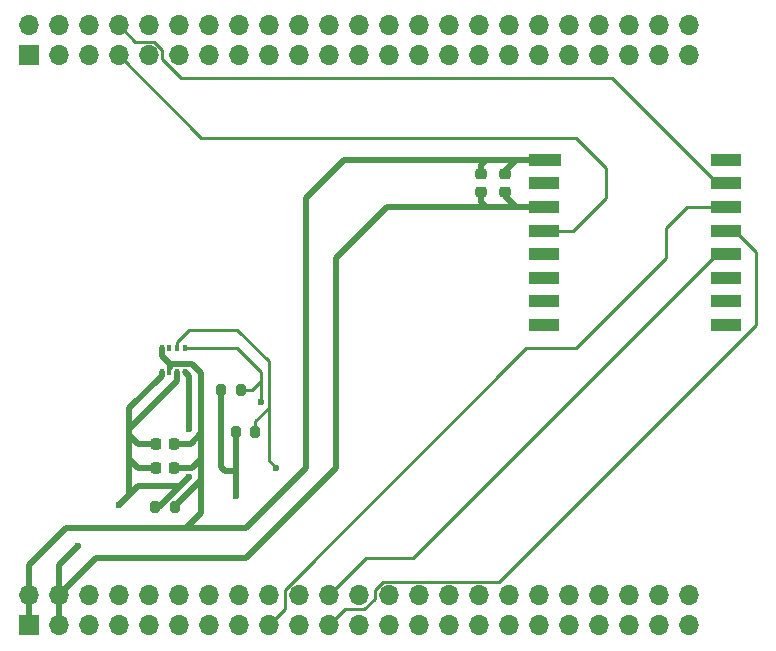
<source format=gbr>
%TF.GenerationSoftware,KiCad,Pcbnew,7.0.9*%
%TF.CreationDate,2024-02-14T18:03:18+01:00*%
%TF.ProjectId,BeaglebonePCBma_yC,42656167-6c65-4626-9f6e-655043426d61,rev?*%
%TF.SameCoordinates,Original*%
%TF.FileFunction,Copper,L1,Top*%
%TF.FilePolarity,Positive*%
%FSLAX46Y46*%
G04 Gerber Fmt 4.6, Leading zero omitted, Abs format (unit mm)*
G04 Created by KiCad (PCBNEW 7.0.9) date 2024-02-14 18:03:18*
%MOMM*%
%LPD*%
G01*
G04 APERTURE LIST*
G04 Aperture macros list*
%AMRoundRect*
0 Rectangle with rounded corners*
0 $1 Rounding radius*
0 $2 $3 $4 $5 $6 $7 $8 $9 X,Y pos of 4 corners*
0 Add a 4 corners polygon primitive as box body*
4,1,4,$2,$3,$4,$5,$6,$7,$8,$9,$2,$3,0*
0 Add four circle primitives for the rounded corners*
1,1,$1+$1,$2,$3*
1,1,$1+$1,$4,$5*
1,1,$1+$1,$6,$7*
1,1,$1+$1,$8,$9*
0 Add four rect primitives between the rounded corners*
20,1,$1+$1,$2,$3,$4,$5,0*
20,1,$1+$1,$4,$5,$6,$7,0*
20,1,$1+$1,$6,$7,$8,$9,0*
20,1,$1+$1,$8,$9,$2,$3,0*%
G04 Aperture macros list end*
%TA.AperFunction,ComponentPad*%
%ADD10R,1.700000X1.700000*%
%TD*%
%TA.AperFunction,ComponentPad*%
%ADD11O,1.700000X1.700000*%
%TD*%
%TA.AperFunction,SMDPad,CuDef*%
%ADD12RoundRect,0.225000X0.250000X-0.225000X0.250000X0.225000X-0.250000X0.225000X-0.250000X-0.225000X0*%
%TD*%
%TA.AperFunction,SMDPad,CuDef*%
%ADD13RoundRect,0.200000X-0.200000X-0.275000X0.200000X-0.275000X0.200000X0.275000X-0.200000X0.275000X0*%
%TD*%
%TA.AperFunction,SMDPad,CuDef*%
%ADD14RoundRect,0.225000X-0.225000X-0.250000X0.225000X-0.250000X0.225000X0.250000X-0.225000X0.250000X0*%
%TD*%
%TA.AperFunction,SMDPad,CuDef*%
%ADD15R,2.800000X1.100000*%
%TD*%
%TA.AperFunction,SMDPad,CuDef*%
%ADD16R,2.600000X1.100000*%
%TD*%
%TA.AperFunction,SMDPad,CuDef*%
%ADD17R,0.350000X0.500000*%
%TD*%
%TA.AperFunction,ViaPad*%
%ADD18C,0.600000*%
%TD*%
%TA.AperFunction,Conductor*%
%ADD19C,0.500000*%
%TD*%
%TA.AperFunction,Conductor*%
%ADD20C,0.250000*%
%TD*%
G04 APERTURE END LIST*
D10*
%TO.P,P8,1,Pin_1*%
%TO.N,GNDD*%
X119685000Y-49835000D03*
D11*
%TO.P,P8,2,Pin_2*%
X119685000Y-47295000D03*
%TO.P,P8,3,Pin_3*%
%TO.N,/MMC1.DAT6*%
X122225000Y-49835000D03*
%TO.P,P8,4,Pin_4*%
%TO.N,/MMC1.DAT7*%
X122225000Y-47295000D03*
%TO.P,P8,5,Pin_5*%
%TO.N,/MMC1.DAT2*%
X124765000Y-49835000D03*
%TO.P,P8,6,Pin_6*%
%TO.N,/MMC1.DAT3*%
X124765000Y-47295000D03*
%TO.P,P8,7,Pin_7*%
%TO.N,/GPIO66*%
X127305000Y-49835000D03*
%TO.P,P8,8,Pin_8*%
%TO.N,/GPIO67*%
X127305000Y-47295000D03*
%TO.P,P8,9,Pin_9*%
%TO.N,/GPIO69*%
X129845000Y-49835000D03*
%TO.P,P8,10,Pin_10*%
%TO.N,/GPIO68*%
X129845000Y-47295000D03*
%TO.P,P8,11,Pin_11*%
%TO.N,/GPIO45*%
X132385000Y-49835000D03*
%TO.P,P8,12,Pin_12*%
%TO.N,/GPIO44*%
X132385000Y-47295000D03*
%TO.P,P8,13,Pin_13*%
%TO.N,/GPIO23*%
X134925000Y-49835000D03*
%TO.P,P8,14,Pin_14*%
%TO.N,/GPIO26*%
X134925000Y-47295000D03*
%TO.P,P8,15,Pin_15*%
%TO.N,/GPIO47*%
X137465000Y-49835000D03*
%TO.P,P8,16,Pin_16*%
%TO.N,/GPIO46*%
X137465000Y-47295000D03*
%TO.P,P8,17,Pin_17*%
%TO.N,/GPIO27*%
X140005000Y-49835000D03*
%TO.P,P8,18,Pin_18*%
%TO.N,/GPIO65*%
X140005000Y-47295000D03*
%TO.P,P8,19,Pin_19*%
%TO.N,/GPIO22*%
X142545000Y-49835000D03*
%TO.P,P8,20,Pin_20*%
%TO.N,/MMC1.CMD*%
X142545000Y-47295000D03*
%TO.P,P8,21,Pin_21*%
%TO.N,/MMC1.CLK*%
X145085000Y-49835000D03*
%TO.P,P8,22,Pin_22*%
%TO.N,/MMC1.DAT5*%
X145085000Y-47295000D03*
%TO.P,P8,23,Pin_23*%
%TO.N,/MMC1.DAT4*%
X147625000Y-49835000D03*
%TO.P,P8,24,Pin_24*%
%TO.N,/MMC1.DAT1*%
X147625000Y-47295000D03*
%TO.P,P8,25,Pin_25*%
%TO.N,/MMC1.DAT0*%
X150165000Y-49835000D03*
%TO.P,P8,26,Pin_26*%
%TO.N,/LCD.PCLK*%
X150165000Y-47295000D03*
%TO.P,P8,27,Pin_27*%
%TO.N,/LCD.VSYNC*%
X152705000Y-49835000D03*
%TO.P,P8,28,Pin_28*%
%TO.N,/GPIO61*%
X152705000Y-47295000D03*
%TO.P,P8,29,Pin_29*%
%TO.N,/LCD.HSYNC*%
X155245000Y-49835000D03*
%TO.P,P8,30,Pin_30*%
%TO.N,/LCD.AC_BIAS_E*%
X155245000Y-47295000D03*
%TO.P,P8,31,Pin_31*%
%TO.N,/LCD.DATA14*%
X157785000Y-49835000D03*
%TO.P,P8,32,Pin_32*%
%TO.N,/LCD.DATA15*%
X157785000Y-47295000D03*
%TO.P,P8,33,Pin_33*%
%TO.N,/LCD.DATA13*%
X160325000Y-49835000D03*
%TO.P,P8,34,Pin_34*%
%TO.N,/LCD.DATA11*%
X160325000Y-47295000D03*
%TO.P,P8,35,Pin_35*%
%TO.N,/LCD.DATA8*%
X162865000Y-49835000D03*
%TO.P,P8,36,Pin_36*%
%TO.N,/LCD.DATA10*%
X162865000Y-47295000D03*
%TO.P,P8,37,Pin_37*%
%TO.N,/LCD.DATA6*%
X165405000Y-49835000D03*
%TO.P,P8,38,Pin_38*%
%TO.N,/LCD.DATA9*%
X165405000Y-47295000D03*
%TO.P,P8,39,Pin_39*%
%TO.N,/LCD.DATA4*%
X167945000Y-49835000D03*
%TO.P,P8,40,Pin_40*%
%TO.N,/LCD.DATA7*%
X167945000Y-47295000D03*
%TO.P,P8,41,Pin_41*%
%TO.N,/LCD.DATA2*%
X170485000Y-49835000D03*
%TO.P,P8,42,Pin_42*%
%TO.N,/LCD.DATA5*%
X170485000Y-47295000D03*
%TO.P,P8,43,Pin_43*%
%TO.N,/LCD.DATA0*%
X173025000Y-49835000D03*
%TO.P,P8,44,Pin_44*%
%TO.N,/LCD.DATA3*%
X173025000Y-47295000D03*
%TO.P,P8,45,Pin_45*%
%TO.N,GNDD*%
X175565000Y-49835000D03*
%TO.P,P8,46,Pin_46*%
%TO.N,/LCD.DATA1*%
X175565000Y-47295000D03*
%TD*%
D10*
%TO.P,P9,1,Pin_1*%
%TO.N,GNDD*%
X119685000Y-98095000D03*
D11*
%TO.P,P9,2,Pin_2*%
X119685000Y-95555000D03*
%TO.P,P9,3,Pin_3*%
%TO.N,+3V3*%
X122225000Y-98095000D03*
%TO.P,P9,4,Pin_4*%
X122225000Y-95555000D03*
%TO.P,P9,5,Pin_5*%
%TO.N,+5V*%
X124765000Y-98095000D03*
%TO.P,P9,6,Pin_6*%
X124765000Y-95555000D03*
%TO.P,P9,7,Pin_7*%
%TO.N,VBUS*%
X127305000Y-98095000D03*
%TO.P,P9,8,Pin_8*%
X127305000Y-95555000D03*
%TO.P,P9,9,Pin_9*%
%TO.N,/PWR_BUT*%
X129845000Y-98095000D03*
%TO.P,P9,10,Pin_10*%
%TO.N,/~{SYS_RESET}*%
X129845000Y-95555000D03*
%TO.P,P9,11,Pin_11*%
%TO.N,/GPIO30*%
X132385000Y-98095000D03*
%TO.P,P9,12,Pin_12*%
%TO.N,/GPIO60*%
X132385000Y-95555000D03*
%TO.P,P9,13,Pin_13*%
%TO.N,/GPIO31*%
X134925000Y-98095000D03*
%TO.P,P9,14,Pin_14*%
%TO.N,/GPIO40*%
X134925000Y-95555000D03*
%TO.P,P9,15,Pin_15*%
%TO.N,/GPIO48*%
X137465000Y-98095000D03*
%TO.P,P9,16,Pin_16*%
%TO.N,/GPIO51*%
X137465000Y-95555000D03*
%TO.P,P9,17,Pin_17*%
%TO.N,/GPIO4*%
X140005000Y-98095000D03*
%TO.P,P9,18,Pin_18*%
%TO.N,/GPIO5*%
X140005000Y-95555000D03*
%TO.P,P9,19,Pin_19*%
%TO.N,/I2C2.SCL*%
X142545000Y-98095000D03*
%TO.P,P9,20,Pin_20*%
%TO.N,/I2C2.SDA*%
X142545000Y-95555000D03*
%TO.P,P9,21,Pin_21*%
%TO.N,/GPIO3*%
X145085000Y-98095000D03*
%TO.P,P9,22,Pin_22*%
%TO.N,/GPIO2*%
X145085000Y-95555000D03*
%TO.P,P9,23,Pin_23*%
%TO.N,/GPIO49*%
X147625000Y-98095000D03*
%TO.P,P9,24,Pin_24*%
%TO.N,/GPIO15*%
X147625000Y-95555000D03*
%TO.P,P9,25,Pin_25*%
%TO.N,/GPIO117*%
X150165000Y-98095000D03*
%TO.P,P9,26,Pin_26*%
%TO.N,/GPIO14*%
X150165000Y-95555000D03*
%TO.P,P9,27,Pin_27*%
%TO.N,/GPIO125*%
X152705000Y-98095000D03*
%TO.P,P9,28,Pin_28*%
%TO.N,/SPI1.CS0*%
X152705000Y-95555000D03*
%TO.P,P9,29,Pin_29*%
%TO.N,/SPI1.D0*%
X155245000Y-98095000D03*
%TO.P,P9,30,Pin_30*%
%TO.N,/GPIO122*%
X155245000Y-95555000D03*
%TO.P,P9,31,Pin_31*%
%TO.N,/SPI1.SCLK*%
X157785000Y-98095000D03*
%TO.P,P9,32,Pin_32*%
%TO.N,+1V8*%
X157785000Y-95555000D03*
%TO.P,P9,33,Pin_33*%
%TO.N,/AIN4*%
X160325000Y-98095000D03*
%TO.P,P9,34,Pin_34*%
%TO.N,GNDA*%
X160325000Y-95555000D03*
%TO.P,P9,35,Pin_35*%
%TO.N,/AIN6*%
X162865000Y-98095000D03*
%TO.P,P9,36,Pin_36*%
%TO.N,/AIN5*%
X162865000Y-95555000D03*
%TO.P,P9,37,Pin_37*%
%TO.N,/AIN2*%
X165405000Y-98095000D03*
%TO.P,P9,38,Pin_38*%
%TO.N,/AIN3*%
X165405000Y-95555000D03*
%TO.P,P9,39,Pin_39*%
%TO.N,/AIN0*%
X167945000Y-98095000D03*
%TO.P,P9,40,Pin_40*%
%TO.N,/AIN1*%
X167945000Y-95555000D03*
%TO.P,P9,41,Pin_41*%
%TO.N,/GPIO20*%
X170485000Y-98095000D03*
%TO.P,P9,42,Pin_42*%
%TO.N,/GPIO7*%
X170485000Y-95555000D03*
%TO.P,P9,43,Pin_43*%
%TO.N,GNDD*%
X173025000Y-98095000D03*
%TO.P,P9,44,Pin_44*%
X173025000Y-95555000D03*
%TO.P,P9,45,Pin_45*%
X175565000Y-98095000D03*
%TO.P,P9,46,Pin_46*%
X175565000Y-95555000D03*
%TD*%
D12*
%TO.P,C1,1*%
%TO.N,+3V3*%
X160000000Y-61405000D03*
%TO.P,C1,2*%
%TO.N,GNDD*%
X160000000Y-59855000D03*
%TD*%
D13*
%TO.P,R3,1*%
%TO.N,+3V3*%
X137212000Y-81712000D03*
%TO.P,R3,2*%
%TO.N,/I2C2.SDA*%
X138862000Y-81712000D03*
%TD*%
D14*
%TO.P,C4,1*%
%TO.N,+3V3*%
X130493000Y-84760000D03*
%TO.P,C4,2*%
%TO.N,GNDD*%
X132043000Y-84760000D03*
%TD*%
%TO.P,C3,1*%
%TO.N,+3V3*%
X130480000Y-82728000D03*
%TO.P,C3,2*%
%TO.N,GNDD*%
X132030000Y-82728000D03*
%TD*%
D15*
%TO.P,U1,1,GND*%
%TO.N,GNDD*%
X163440000Y-58660000D03*
D16*
%TO.P,U1,2,GND*%
X163340000Y-60660000D03*
%TO.P,U1,3,3.3V*%
%TO.N,+3V3*%
X163340000Y-62660000D03*
%TO.P,U1,4,RESET*%
%TO.N,/GPIO66*%
X163340000Y-64660000D03*
%TO.P,U1,5,DI00*%
%TO.N,unconnected-(U1-DI00-Pad5)*%
X163340000Y-66660000D03*
%TO.P,U1,6,DI01*%
%TO.N,unconnected-(U1-DI01-Pad6)*%
X163340000Y-68660000D03*
%TO.P,U1,7,DI02*%
%TO.N,unconnected-(U1-DI02-Pad7)*%
X163340000Y-70660000D03*
%TO.P,U1,8,DI03*%
%TO.N,unconnected-(U1-DI03-Pad8)*%
X163340000Y-72660000D03*
%TO.P,U1,9,GND*%
%TO.N,GNDD*%
X178740000Y-72660000D03*
%TO.P,U1,10,DI04*%
%TO.N,unconnected-(U1-DI04-Pad10)*%
X178740000Y-70660000D03*
%TO.P,U1,11,DI05*%
%TO.N,unconnected-(U1-DI05-Pad11)*%
X178740000Y-68660000D03*
%TO.P,U1,12,SCK*%
%TO.N,/GPIO2*%
X178740000Y-66660000D03*
%TO.P,U1,13,MISO*%
%TO.N,/GPIO3*%
X178740000Y-64660000D03*
%TO.P,U1,14,MOSI*%
%TO.N,/GPIO4*%
X178740000Y-62660000D03*
%TO.P,U1,15,NSS*%
%TO.N,/GPIO67*%
X178740000Y-60660000D03*
%TO.P,U1,16,GND*%
%TO.N,GNDD*%
X178740000Y-58660000D03*
%TD*%
D13*
%TO.P,R2,1*%
%TO.N,+3V3*%
X136005000Y-78156000D03*
%TO.P,R2,2*%
%TO.N,/I2C2.SCL*%
X137655000Y-78156000D03*
%TD*%
D17*
%TO.P,U3,1,GND*%
%TO.N,GNDD*%
X130958000Y-74600000D03*
%TO.P,U3,2,CSB*%
%TO.N,unconnected-(U3-CSB-Pad2)*%
X131608000Y-74600000D03*
%TO.P,U3,3,SDI*%
%TO.N,/I2C2.SDA*%
X132258000Y-74600000D03*
%TO.P,U3,4,SCK*%
%TO.N,/I2C2.SCL*%
X132908000Y-74600000D03*
%TO.P,U3,5,SDO*%
%TO.N,+3V3*%
X132908000Y-76650000D03*
%TO.P,U3,6,VDDIO*%
X132258000Y-76650000D03*
%TO.P,U3,7,GND*%
%TO.N,GNDD*%
X131608000Y-76650000D03*
%TO.P,U3,8,VDD*%
%TO.N,+3V3*%
X130958000Y-76650000D03*
%TD*%
D12*
%TO.P,C2,1*%
%TO.N,+3V3*%
X158000000Y-61405000D03*
%TO.P,C2,2*%
%TO.N,GNDD*%
X158000000Y-59855000D03*
%TD*%
D13*
%TO.P,R1,1*%
%TO.N,+3V3*%
X130417000Y-88062000D03*
%TO.P,R1,2*%
%TO.N,GNDD*%
X132067000Y-88062000D03*
%TD*%
D18*
%TO.N,/I2C2.SCL*%
X139370000Y-79172000D03*
%TO.N,+3V3*%
X137212000Y-87172000D03*
X133274000Y-81458000D03*
X133274000Y-85522000D03*
%TO.N,/I2C2.SDA*%
X140640000Y-84760000D03*
%TO.N,+3V3*%
X127305000Y-87935000D03*
X123876000Y-91364000D03*
%TD*%
D19*
%TO.N,+3V3*%
X136005000Y-84697000D02*
X136005000Y-78156000D01*
X136322000Y-85014000D02*
X136005000Y-84697000D01*
X137212000Y-85014000D02*
X136322000Y-85014000D01*
X137212000Y-85014000D02*
X137212000Y-81712000D01*
X137212000Y-87172000D02*
X137212000Y-85014000D01*
D20*
%TO.N,/I2C2.SCL*%
X138608000Y-78156000D02*
X139370000Y-77394000D01*
X137655000Y-78156000D02*
X138608000Y-78156000D01*
X139370000Y-79172000D02*
X139370000Y-77394000D01*
X139370000Y-77394000D02*
X139370000Y-76632000D01*
X139370000Y-76632000D02*
X137338000Y-74600000D01*
X137338000Y-74600000D02*
X132908000Y-74600000D01*
%TO.N,/I2C2.SDA*%
X138862000Y-80823000D02*
X138862000Y-81712000D01*
X140005000Y-79680000D02*
X140005000Y-75743000D01*
X140005000Y-84125000D02*
X140005000Y-79680000D01*
X140005000Y-79680000D02*
X138862000Y-80823000D01*
X133274000Y-73084000D02*
X132258000Y-74100000D01*
X137346000Y-73084000D02*
X133274000Y-73084000D01*
X140005000Y-75743000D02*
X137346000Y-73084000D01*
X132258000Y-74100000D02*
X132258000Y-74600000D01*
X140640000Y-84760000D02*
X140005000Y-84125000D01*
D19*
%TO.N,+3V3*%
X130417000Y-88062000D02*
X130734000Y-88062000D01*
X130734000Y-88062000D02*
X132512000Y-86284000D01*
%TO.N,GNDD*%
X132067000Y-87999000D02*
X134290000Y-85776000D01*
D20*
X132067000Y-88062000D02*
X132067000Y-87999000D01*
D19*
X134290000Y-85776000D02*
X134290000Y-83490000D01*
X134290000Y-88570000D02*
X134290000Y-85776000D01*
X133020000Y-89840000D02*
X122860000Y-89840000D01*
%TO.N,+3V3*%
X132512000Y-86284000D02*
X128956000Y-86284000D01*
X128956000Y-86284000D02*
X127305000Y-87935000D01*
X133274000Y-85522000D02*
X132512000Y-86284000D01*
X133274000Y-81458000D02*
X133274000Y-77016000D01*
X127305000Y-87935000D02*
X128194000Y-87046000D01*
X133274000Y-77016000D02*
X132908000Y-76650000D01*
X128194000Y-87046000D02*
X128194000Y-83490000D01*
%TO.N,GNDD*%
X134290000Y-81839000D02*
X134290000Y-81458000D01*
X133401000Y-82728000D02*
X134290000Y-81839000D01*
X132030000Y-82728000D02*
X133401000Y-82728000D01*
X134290000Y-83998000D02*
X134290000Y-83490000D01*
X133528000Y-84760000D02*
X134290000Y-83998000D01*
X132043000Y-84760000D02*
X133528000Y-84760000D01*
%TO.N,+3V3*%
X128956000Y-84760000D02*
X128194000Y-83998000D01*
X130493000Y-84760000D02*
X128956000Y-84760000D01*
X128194000Y-83998000D02*
X128194000Y-83490000D01*
X128194000Y-81966000D02*
X128194000Y-81464000D01*
X128956000Y-82728000D02*
X128194000Y-81966000D01*
X130480000Y-82728000D02*
X128956000Y-82728000D01*
%TO.N,GNDD*%
X134290000Y-83490000D02*
X134290000Y-81458000D01*
X134290000Y-81458000D02*
X134290000Y-76707000D01*
X134290000Y-76707000D02*
X133533000Y-75950000D01*
X133020000Y-89840000D02*
X134290000Y-88570000D01*
X133533000Y-75950000D02*
X131633000Y-75950000D01*
X130958000Y-75275000D02*
X130958000Y-74600000D01*
X131633000Y-75950000D02*
X130958000Y-75275000D01*
X131633000Y-75950000D02*
X131633000Y-76285051D01*
%TO.N,+3V3*%
X128194000Y-83490000D02*
X128194000Y-82220000D01*
X128194000Y-81464000D02*
X128194000Y-82220000D01*
X132258000Y-77400000D02*
X128194000Y-81464000D01*
X132258000Y-76650000D02*
X132258000Y-77400000D01*
X128194000Y-82220000D02*
X128194000Y-79711682D01*
X128225682Y-79680000D02*
X130958000Y-76947682D01*
X128194000Y-79711682D02*
X128225682Y-79680000D01*
X130958000Y-76947682D02*
X130958000Y-76650000D01*
D20*
%TO.N,/GPIO66*%
X168580000Y-59360000D02*
X166040000Y-56820000D01*
X166040000Y-56820000D02*
X134290000Y-56820000D01*
X163340000Y-64660000D02*
X165820000Y-64660000D01*
X168580000Y-61900000D02*
X168580000Y-59360000D01*
X134290000Y-56820000D02*
X127305000Y-49835000D01*
X165820000Y-64660000D02*
X168580000Y-61900000D01*
%TO.N,/GPIO67*%
X132628299Y-51740000D02*
X131020000Y-50131701D01*
X169070000Y-51740000D02*
X132628299Y-51740000D01*
X177990000Y-60660000D02*
X169070000Y-51740000D01*
X131020000Y-49348299D02*
X130331701Y-48660000D01*
X178740000Y-60660000D02*
X177990000Y-60660000D01*
X131020000Y-50131701D02*
X131020000Y-49348299D01*
X128670000Y-48660000D02*
X127305000Y-47295000D01*
X130331701Y-48660000D02*
X128670000Y-48660000D01*
D19*
%TO.N,GNDD*%
X143180000Y-61900000D02*
X143180000Y-82220000D01*
X143180000Y-84760000D02*
X138100000Y-89840000D01*
X119685000Y-93015000D02*
X119685000Y-98095000D01*
X138100000Y-89840000D02*
X133020000Y-89840000D01*
X122860000Y-89840000D02*
X119685000Y-93015000D01*
X146420000Y-58660000D02*
X143180000Y-61900000D01*
X160000000Y-59855000D02*
X160000000Y-59620000D01*
X158000000Y-59080000D02*
X158420000Y-58660000D01*
X163440000Y-58660000D02*
X160960000Y-58660000D01*
X143180000Y-82220000D02*
X143180000Y-84760000D01*
X158420000Y-58660000D02*
X146420000Y-58660000D01*
X160000000Y-59620000D02*
X160960000Y-58660000D01*
X158000000Y-59855000D02*
X158000000Y-59080000D01*
X160960000Y-58660000D02*
X158420000Y-58660000D01*
%TO.N,+3V3*%
X163340000Y-62660000D02*
X160960000Y-62660000D01*
X125400000Y-92380000D02*
X122225000Y-95555000D01*
X160000000Y-61700000D02*
X160960000Y-62660000D01*
X160960000Y-62660000D02*
X158420000Y-62660000D01*
X158420000Y-62660000D02*
X150040000Y-62660000D01*
X138100000Y-92380000D02*
X125400000Y-92380000D01*
X158000000Y-62240000D02*
X158420000Y-62660000D01*
X122225000Y-95555000D02*
X122225000Y-98095000D01*
X145720000Y-66980000D02*
X145720000Y-69520000D01*
X158000000Y-61405000D02*
X158000000Y-62240000D01*
X145720000Y-84760000D02*
X138100000Y-92380000D01*
X145720000Y-69520000D02*
X145720000Y-84760000D01*
X160000000Y-61405000D02*
X160000000Y-61700000D01*
X150040000Y-62660000D02*
X145720000Y-66980000D01*
X123876000Y-91364000D02*
X122225000Y-93015000D01*
X122225000Y-93015000D02*
X122225000Y-95555000D01*
D20*
%TO.N,/GPIO4*%
X166040000Y-74600000D02*
X173660000Y-66980000D01*
X141370000Y-95068299D02*
X161838299Y-74600000D01*
X173660000Y-64440000D02*
X175440000Y-62660000D01*
X140005000Y-98095000D02*
X141370000Y-96730000D01*
X175440000Y-62660000D02*
X178740000Y-62660000D01*
X141370000Y-96730000D02*
X141370000Y-95068299D01*
X161838299Y-74600000D02*
X166040000Y-74600000D01*
X173660000Y-66980000D02*
X173660000Y-64440000D01*
%TO.N,/GPIO3*%
X149678299Y-94380000D02*
X148990000Y-95068299D01*
X146450000Y-96730000D02*
X145085000Y-98095000D01*
X181280000Y-72620000D02*
X159520000Y-94380000D01*
X148990000Y-95851701D02*
X148111701Y-96730000D01*
X159520000Y-94380000D02*
X149678299Y-94380000D01*
X148111701Y-96730000D02*
X146450000Y-96730000D01*
X148990000Y-95068299D02*
X148990000Y-95851701D01*
X179490000Y-64660000D02*
X181280000Y-66450000D01*
X181280000Y-66450000D02*
X181280000Y-72620000D01*
X178740000Y-64660000D02*
X179490000Y-64660000D01*
%TO.N,/GPIO2*%
X178740000Y-66660000D02*
X177990000Y-66660000D01*
X152270000Y-92380000D02*
X148260000Y-92380000D01*
X177990000Y-66660000D02*
X152270000Y-92380000D01*
X148260000Y-92380000D02*
X145085000Y-95555000D01*
%TD*%
M02*

</source>
